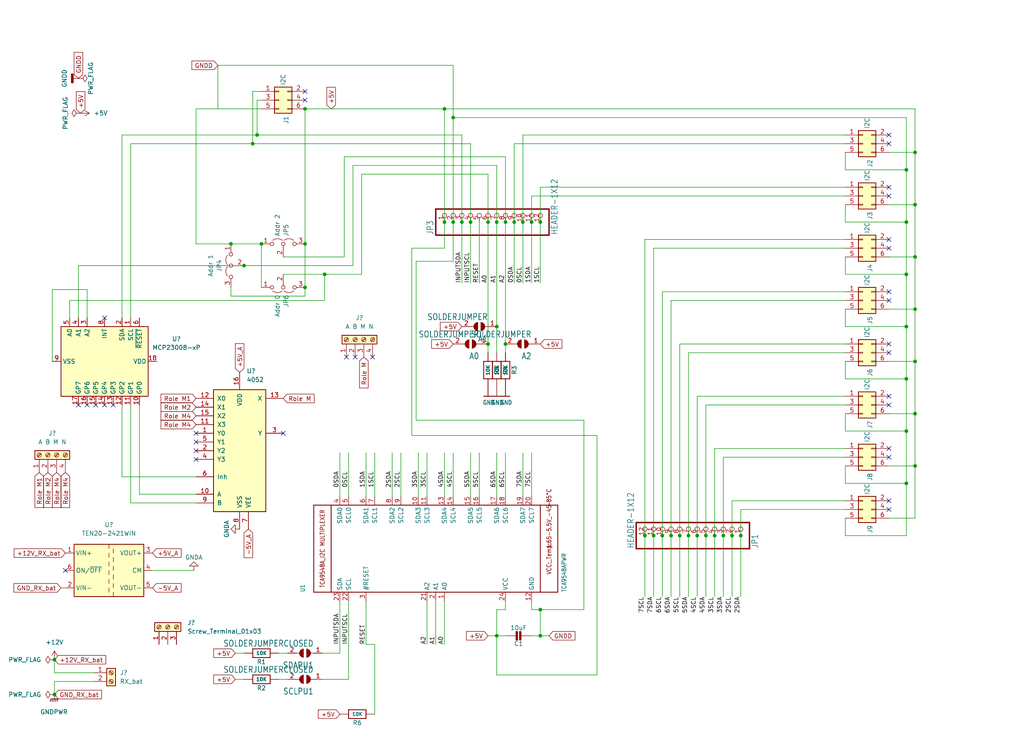
<source format=kicad_sch>
(kicad_sch (version 20211123) (generator eeschema)
  (paper "User" 298.45 217.881)
  (lib_symbols
    (symbol "4xxx:4052" (pin_names (offset 1.016))
      (property "Reference" "U" (at -7.62 19.05 0))
      (property "Value" "4052" (at -7.62 -19.05 0))
      (symbol "4052_1_0"
        (pin passive line (at -12.7 5.08 0) (length 5.08) (name "Y0") (number "1"))
        (pin input line (at -12.7 -12.7 0) (length 5.08) (name "A") (number "10"))
        (pin passive line (at -12.7 7.62 0) (length 5.08) (name "X3") (number "11"))
        (pin passive line (at -12.7 15.24 0) (length 5.08) (name "X0") (number "12"))
        (pin passive line (at 12.7 15.24 180) (length 5.08) (name "X") (number "13"))
        (pin passive line (at -12.7 12.7 0) (length 5.08) (name "X1") (number "14"))
        (pin passive line (at -12.7 10.16 0) (length 5.08) (name "X2") (number "15"))
        (pin power_in line (at 0 22.86 270) (length 5.08) (name "VDD") (number "16"))
        (pin passive line (at -12.7 0 0) (length 5.08) (name "Y2") (number "2"))
        (pin passive line (at 12.7 5.08 180) (length 5.08) (name "Y") (number "3"))
        (pin passive line (at -12.7 -2.54 0) (length 5.08) (name "Y3") (number "4"))
        (pin passive line (at -12.7 2.54 0) (length 5.08) (name "Y1") (number "5"))
        (pin input line (at -12.7 -7.62 0) (length 5.08) (name "Inh") (number "6"))
        (pin power_in line (at 2.54 -22.86 90) (length 5.08) (name "VEE") (number "7"))
        (pin power_in line (at 0 -22.86 90) (length 5.08) (name "VSS") (number "8"))
        (pin input line (at -12.7 -15.24 0) (length 5.08) (name "B") (number "9"))
      )
    )
    (symbol "Adafruit TCA9548A-eagle-import:CAP_CERAMIC0805-NOOUTLINE"
      (property "Reference" "C" (at -2.29 1.25 90))
      (property "Value" "CAP_CERAMIC0805-NOOUTLINE" (at 2.3 1.25 90))
      (symbol "CAP_CERAMIC0805-NOOUTLINE_1_0"
        (pin passive line (at 0 5.08 270) (length 2.54) (name "1") (number "1"))
        (pin passive line (at 0 -2.54 90) (length 2.54) (name "2") (number "2"))
      )
    )
    (symbol "Adafruit TCA9548A-eagle-import:FRAME_A4_ADAFRUIT"
      (symbol "FRAME_A4_ADAFRUIT_0_0"
        (text "1" (at 21.6958 1.905 0) (effects (font (size 2.54 2.286))))
        (text "1" (at 21.6958 177.165 0) (effects (font (size 2.54 2.286))))
        (text "2" (at 65.0875 1.905 0) (effects (font (size 2.54 2.286))))
        (text "2" (at 65.0875 177.165 0) (effects (font (size 2.54 2.286))))
        (text "3" (at 108.4792 1.905 0) (effects (font (size 2.54 2.286))))
        (text "3" (at 108.4792 177.165 0) (effects (font (size 2.54 2.286))))
        (text "4" (at 151.8708 1.905 0) (effects (font (size 2.54 2.286))))
        (text "4" (at 151.8708 177.165 0) (effects (font (size 2.54 2.286))))
        (text "5" (at 195.2625 1.905 0) (effects (font (size 2.54 2.286))))
        (text "5" (at 195.2625 177.165 0) (effects (font (size 2.54 2.286))))
        (text "6" (at 238.6542 1.905 0) (effects (font (size 2.54 2.286))))
        (text "6" (at 238.6542 177.165 0) (effects (font (size 2.54 2.286))))
        (text "A" (at 1.905 156.6863 0) (effects (font (size 2.54 2.286))))
        (text "A" (at 258.445 156.6863 0) (effects (font (size 2.54 2.286))))
        (text "B" (at 1.905 111.9188 0) (effects (font (size 2.54 2.286))))
        (text "B" (at 258.445 111.9188 0) (effects (font (size 2.54 2.286))))
        (text "C" (at 1.905 67.1513 0) (effects (font (size 2.54 2.286))))
        (text "C" (at 258.445 67.1513 0) (effects (font (size 2.54 2.286))))
        (text "D" (at 1.905 22.3838 0) (effects (font (size 2.54 2.286))))
        (text "D" (at 258.445 22.3838 0) (effects (font (size 2.54 2.286))))
      )
      (symbol "FRAME_A4_ADAFRUIT_1_0"
        (text ">AUTHOR" (at 189.23 5.08 0) (effects (font (size 2.286 2.286)) (justify left bottom)))
        (text ">DRAWING_NAME" (at 171.45 15.24 0) (effects (font (size 2.54 2.54)) (justify left bottom)))
        (text ">LAST_DATE_TIME" (at 171.45 10.16 0) (effects (font (size 2.286 2.286)) (justify left bottom)))
        (text ">SHEET" (at 230.505 10.16 0) (effects (font (size 2.54 2.54)) (justify left bottom)))
        (text "Adafruit Industries" (at 216.916 4.953 0) (effects (font (size 2.54 2.54)) (justify left bottom)))
        (text "Drawing:" (at 171.196 4.953 0) (effects (font (size 2.54 2.54)) (justify left bottom)))
        (text "Sheet:" (at 216.916 10.033 0) (effects (font (size 2.54 2.54)) (justify left bottom)))
      )
    )
    (symbol "Adafruit TCA9548A-eagle-import:GND" (power)
      (property "Value" "GND" (at -1.524 -2.54 0))
      (symbol "GND_1_0"
        (pin power_in line (at 0 2.54 270) (length 2.54) (name "GND") (number "1"))
      )
    )
    (symbol "Adafruit TCA9548A-eagle-import:HEADER-1X12"
      (property "Reference" "JP" (at -6.35 18.415 0))
      (property "Value" "HEADER-1X12" (at -6.35 -17.78 0))
      (symbol "HEADER-1X12_1_0"
        (pin passive inverted (at -2.54 15.24 0) (length 2.54) (name "1") (number "1"))
        (pin passive inverted (at -2.54 -7.62 0) (length 2.54) (name "10") (number "10"))
        (pin passive inverted (at -2.54 -10.16 0) (length 2.54) (name "11") (number "11"))
        (pin passive inverted (at -2.54 -12.7 0) (length 2.54) (name "12") (number "12"))
        (pin passive inverted (at -2.54 12.7 0) (length 2.54) (name "2") (number "2"))
        (pin passive inverted (at -2.54 10.16 0) (length 2.54) (name "3") (number "3"))
        (pin passive inverted (at -2.54 7.62 0) (length 2.54) (name "4") (number "4"))
        (pin passive inverted (at -2.54 5.08 0) (length 2.54) (name "5") (number "5"))
        (pin passive inverted (at -2.54 2.54 0) (length 2.54) (name "6") (number "6"))
        (pin passive inverted (at -2.54 0 0) (length 2.54) (name "7") (number "7"))
        (pin passive inverted (at -2.54 -2.54 0) (length 2.54) (name "8") (number "8"))
        (pin passive inverted (at -2.54 -5.08 0) (length 2.54) (name "9") (number "9"))
      )
    )
    (symbol "Adafruit TCA9548A-eagle-import:RESISTOR0805_NOOUTLINE"
      (property "Reference" "R" (at 0 2.54 0))
      (property "Value" "RESISTOR0805_NOOUTLINE" (at 0 0 0))
      (symbol "RESISTOR0805_NOOUTLINE_1_0"
        (pin passive line (at -5.08 0 0) (length 2.54) (name "1") (number "1"))
        (pin passive line (at 5.08 0 180) (length 2.54) (name "2") (number "2"))
      )
    )
    (symbol "Adafruit TCA9548A-eagle-import:RESISTOR_0805MP"
      (property "Reference" "R" (at 0 2.54 0))
      (property "Value" "RESISTOR_0805MP" (at 0 0 0))
      (symbol "RESISTOR_0805MP_1_0"
        (pin passive line (at -5.08 0 0) (length 2.54) (name "1") (number "1"))
        (pin passive line (at 5.08 0 180) (length 2.54) (name "2") (number "2"))
      )
    )
    (symbol "Adafruit TCA9548A-eagle-import:SOLDERJUMPER"
      (property "Reference" "SJ" (at -2.54 2.54 0))
      (property "Value" "SOLDERJUMPER" (at -2.54 -3.81 0))
      (symbol "SOLDERJUMPER_1_0"
        (pin passive line (at -5.08 0 0) (length 2.54) (name "1") (number "1"))
        (pin passive line (at 5.08 0 180) (length 2.54) (name "2") (number "2"))
      )
    )
    (symbol "Adafruit TCA9548A-eagle-import:SOLDERJUMPERCLOSED"
      (property "Reference" "SJ" (at -2.54 2.54 0))
      (property "Value" "SOLDERJUMPERCLOSED" (at -2.54 -3.81 0))
      (symbol "SOLDERJUMPERCLOSED_1_0"
        (pin passive line (at -5.08 0 0) (length 2.54) (name "1") (number "1"))
        (pin passive line (at 5.08 0 180) (length 2.54) (name "2") (number "2"))
      )
    )
    (symbol "Adafruit TCA9548A-eagle-import:TCA9548A"
      (property "Reference" "U" (at -12.7 38.1 0))
      (property "Value" "TCA9548A" (at -12.7 -38.1 0))
      (symbol "TCA9548A_1_0"
        (text "1.65-5.5V_-45~85°C" (at 0 -33.02 0) (effects (font (size 1.27 1.0795)) (justify left)))
        (text "TCA9548A_I2C MULTIPLEXER" (at 0 33.02 0) (effects (font (size 1.27 1.0795))))
        (text "VCC:_Temp:" (at -7.62 -33.02 0) (effects (font (size 1.27 1.0795)) (justify left)))
        (pin bidirectional line (at -15.24 -2.54 0) (length 2.54) (name "A0") (number "1"))
        (pin bidirectional line (at 15.24 5.08 180) (length 2.54) (name "SDA3") (number "10"))
        (pin bidirectional line (at 15.24 2.54 180) (length 2.54) (name "SCL3") (number "11"))
        (pin bidirectional line (at -15.24 -27.94 0) (length 2.54) (name "GND") (number "12"))
        (pin bidirectional line (at 15.24 -2.54 180) (length 2.54) (name "SDA4") (number "13"))
        (pin bidirectional line (at 15.24 -5.08 180) (length 2.54) (name "SCL4") (number "14"))
        (pin bidirectional line (at 15.24 -10.16 180) (length 2.54) (name "SDA5") (number "15"))
        (pin bidirectional line (at 15.24 -12.7 180) (length 2.54) (name "SCL5") (number "16"))
        (pin bidirectional line (at 15.24 -17.78 180) (length 2.54) (name "SDA6") (number "17"))
        (pin bidirectional line (at 15.24 -20.32 180) (length 2.54) (name "SCL6") (number "18"))
        (pin bidirectional line (at 15.24 -25.4 180) (length 2.54) (name "SDA7") (number "19"))
        (pin bidirectional line (at -15.24 0 0) (length 2.54) (name "A1") (number "2"))
        (pin bidirectional line (at 15.24 -27.94 180) (length 2.54) (name "SCL7") (number "20"))
        (pin bidirectional line (at -15.24 2.54 0) (length 2.54) (name "A2") (number "21"))
        (pin bidirectional line (at -15.24 25.4 0) (length 2.54) (name "SCL") (number "22"))
        (pin bidirectional line (at -15.24 27.94 0) (length 2.54) (name "SDA") (number "23"))
        (pin bidirectional line (at -15.24 -20.32 0) (length 2.54) (name "VCC") (number "24"))
        (pin bidirectional line (at -15.24 20.32 0) (length 2.54) (name "#RESET") (number "3"))
        (pin bidirectional line (at 15.24 27.94 180) (length 2.54) (name "SDA0") (number "4"))
        (pin bidirectional line (at 15.24 25.4 180) (length 2.54) (name "SCL0") (number "5"))
        (pin bidirectional line (at 15.24 20.32 180) (length 2.54) (name "SDA1") (number "6"))
        (pin bidirectional line (at 15.24 17.78 180) (length 2.54) (name "SCL1") (number "7"))
        (pin bidirectional line (at 15.24 12.7 180) (length 2.54) (name "SDA2") (number "8"))
        (pin bidirectional line (at 15.24 10.16 180) (length 2.54) (name "SCL2") (number "9"))
      )
    )
    (symbol "Connector:Screw_Terminal_01x02" (pin_names (offset 1.016) hide)
      (property "Reference" "J" (at 0 2.54 0))
      (property "Value" "Screw_Terminal_01x02" (at 0 -5.08 0))
      (symbol "Screw_Terminal_01x02_1_1"
        (pin passive line (at -5.08 0 0) (length 3.81) (name "Pin_1") (number "1"))
        (pin passive line (at -5.08 -2.54 0) (length 3.81) (name "Pin_2") (number "2"))
      )
    )
    (symbol "Connector:Screw_Terminal_01x03" (pin_names (offset 1.016) hide)
      (property "Reference" "J" (at 0 5.08 0))
      (property "Value" "Screw_Terminal_01x03" (at 0 -5.08 0))
      (symbol "Screw_Terminal_01x03_1_1"
        (pin passive line (at -5.08 2.54 0) (length 3.81) (name "Pin_1") (number "1"))
        (pin passive line (at -5.08 0 0) (length 3.81) (name "Pin_2") (number "2"))
        (pin passive line (at -5.08 -2.54 0) (length 3.81) (name "Pin_3") (number "3"))
      )
    )
    (symbol "Connector:Screw_Terminal_01x04" (pin_names (offset 1.016) hide)
      (property "Reference" "J" (at 0 5.08 0))
      (property "Value" "Screw_Terminal_01x04" (at 0 -7.62 0))
      (symbol "Screw_Terminal_01x04_1_1"
        (pin passive line (at -5.08 2.54 0) (length 3.81) (name "Pin_1") (number "1"))
        (pin passive line (at -5.08 0 0) (length 3.81) (name "Pin_2") (number "2"))
        (pin passive line (at -5.08 -2.54 0) (length 3.81) (name "Pin_3") (number "3"))
        (pin passive line (at -5.08 -5.08 0) (length 3.81) (name "Pin_4") (number "4"))
      )
    )
    (symbol "Connector_Generic:Conn_02x03_Odd_Even" (pin_names (offset 1.016) hide)
      (property "Reference" "J" (at 1.27 5.08 0))
      (property "Value" "Conn_02x03_Odd_Even" (at 1.27 -5.08 0))
      (symbol "Conn_02x03_Odd_Even_1_1"
        (pin passive line (at -5.08 2.54 0) (length 3.81) (name "Pin_1") (number "1"))
        (pin passive line (at 7.62 2.54 180) (length 3.81) (name "Pin_2") (number "2"))
        (pin passive line (at -5.08 0 0) (length 3.81) (name "Pin_3") (number "3"))
        (pin passive line (at 7.62 0 180) (length 3.81) (name "Pin_4") (number "4"))
        (pin passive line (at -5.08 -2.54 0) (length 3.81) (name "Pin_5") (number "5"))
        (pin passive line (at 7.62 -2.54 180) (length 3.81) (name "Pin_6") (number "6"))
      )
    )
    (symbol "Converter_DCDC:TEN20-2421WIN"
      (property "Reference" "U" (at -10.16 8.89 0))
      (property "Value" "TEN20-2421WIN" (at -2.54 8.89 0))
      (symbol "TEN20-2421WIN_1_1"
        (pin power_in line (at -12.7 5.08 0) (length 2.54) (name "VIN+") (number "1"))
        (pin power_in line (at -12.7 -5.08 0) (length 2.54) (name "VIN-") (number "2"))
        (pin power_out line (at 12.7 5.08 180) (length 2.54) (name "VOUT+") (number "3"))
        (pin power_out line (at 12.7 0 180) (length 2.54) (name "CM") (number "4"))
        (pin power_out line (at 12.7 -5.08 180) (length 2.54) (name "VOUT-") (number "5"))
        (pin input line (at -12.7 0 0) (length 2.54) (name "ON/~{OFF}") (number "6"))
      )
    )
    (symbol "Interface_Expansion:MCP23008-xP"
      (property "Reference" "U" (at -8.89 13.97 0))
      (property "Value" "MCP23008-xP" (at 8.89 13.97 0))
      (symbol "MCP23008-xP_1_1"
        (pin input line (at -12.7 7.62 0) (length 2.54) (name "SCL") (number "1"))
        (pin bidirectional line (at 12.7 10.16 180) (length 2.54) (name "GP0") (number "10"))
        (pin bidirectional line (at 12.7 7.62 180) (length 2.54) (name "GP1") (number "11"))
        (pin bidirectional line (at 12.7 5.08 180) (length 2.54) (name "GP2") (number "12"))
        (pin bidirectional line (at 12.7 2.54 180) (length 2.54) (name "GP3") (number "13"))
        (pin bidirectional line (at 12.7 0 180) (length 2.54) (name "GP4") (number "14"))
        (pin bidirectional line (at 12.7 -2.54 180) (length 2.54) (name "GP5") (number "15"))
        (pin bidirectional line (at 12.7 -5.08 180) (length 2.54) (name "GP6") (number "16"))
        (pin bidirectional line (at 12.7 -7.62 180) (length 2.54) (name "GP7") (number "17"))
        (pin power_in line (at 0 15.24 270) (length 2.54) (name "VDD") (number "18"))
        (pin bidirectional line (at -12.7 5.08 0) (length 2.54) (name "SDA") (number "2"))
        (pin input line (at -12.7 -5.08 0) (length 2.54) (name "A2") (number "3"))
        (pin input line (at -12.7 -7.62 0) (length 2.54) (name "A1") (number "4"))
        (pin input line (at -12.7 -10.16 0) (length 2.54) (name "A0") (number "5"))
        (pin input line (at -12.7 10.16 0) (length 2.54) (name "~{RESET}") (number "6"))
        (pin no_connect line (at -10.16 -2.54 0) (length 2.54) hide (name "NC") (number "7"))
        (pin output line (at -12.7 0 0) (length 2.54) (name "INT") (number "8"))
        (pin power_in line (at 0 -15.24 90) (length 2.54) (name "VSS") (number "9"))
      )
    )
    (symbol "Jumper:Jumper_3_Open" (pin_names (offset 0) hide)
      (property "Reference" "JP" (at -2.54 -2.54 0))
      (property "Value" "Jumper_3_Open" (at 0 2.794 0))
      (symbol "Jumper_3_Open_1_1"
        (pin passive line (at -6.35 0 0) (length 2.54) (name "A") (number "1"))
        (pin passive line (at 0 -3.81 90) (length 2.54) (name "C") (number "2"))
        (pin passive line (at 6.35 0 180) (length 2.54) (name "B") (number "3"))
      )
    )
    (symbol "power:+12V" (power) (pin_names (offset 0))
      (property "Value" "+12V" (at 0 3.556 0))
      (symbol "+12V_1_1"
        (pin power_in line (at 0 0 90) (length 0) hide (name "+12V") (number "1"))
      )
    )
    (symbol "power:+5V" (power) (pin_names (offset 0))
      (property "Value" "+5V" (at 0 3.556 0))
      (symbol "+5V_1_1"
        (pin power_in line (at 0 0 90) (length 0) hide (name "+5V") (number "1"))
      )
    )
    (symbol "power:GNDA" (power) (pin_names (offset 0))
      (property "Value" "GNDA" (at 0 -3.81 0))
      (symbol "GNDA_1_1"
        (pin power_in line (at 0 0 270) (length 0) hide (name "GNDA") (number "1"))
      )
    )
    (symbol "power:GNDD" (power) (pin_names (offset 0))
      (property "Value" "GNDD" (at 0 -3.175 0))
      (symbol "GNDD_1_1"
        (pin power_in line (at 0 0 270) (length 0) hide (name "GNDD") (number "1"))
      )
    )
    (symbol "power:GNDPWR" (power) (pin_names (offset 0))
      (property "Value" "GNDPWR" (at 0 -3.302 0))
      (symbol "GNDPWR_1_1"
        (pin power_in line (at 0 0 270) (length 0) hide (name "GNDPWR") (number "1"))
      )
    )
    (symbol "power:PWR_FLAG" (power) (pin_numbers hide) (pin_names (offset 0) hide)
      (property "Value" "PWR_FLAG" (at 0 3.81 0))
      (symbol "PWR_FLAG_0_0"
        (pin power_out line (at 0 0 90) (length 0) (name "pwr") (number "1"))
      )
    )
  )
  (junction (at 190.5 156.21))
  (junction (at 132.08 34.29))
  (junction (at 144.78 64.77))
  (junction (at 264.16 49.53))
  (junction (at 264.16 80.01))
  (junction (at 76.2 71.12))
  (junction (at 132.08 64.77))
  (junction (at 264.16 110.49))
  (junction (at 15.875 192.405))
  (junction (at 198.12 156.21))
  (junction (at 15.875 202.565))
  (junction (at 94.615 80.01))
  (junction (at 208.28 156.21))
  (junction (at 88.9 31.75))
  (junction (at 203.2 156.21))
  (junction (at 210.82 156.21))
  (junction (at 152.4 64.77))
  (junction (at 129.54 64.77))
  (junction (at 88.9 83.82))
  (junction (at 71.12 77.47))
  (junction (at 88.9 71.12))
  (junction (at 73.66 41.91))
  (junction (at 264.16 140.97))
  (junction (at 266.7 44.45))
  (junction (at 266.7 120.65))
  (junction (at 147.32 64.77))
  (junction (at 144.78 185.42))
  (junction (at 74.93 39.37))
  (junction (at 264.16 125.73))
  (junction (at 157.48 177.8))
  (junction (at 142.24 100.33))
  (junction (at 266.7 90.17))
  (junction (at 147.32 100.33))
  (junction (at 213.36 156.21))
  (junction (at 142.24 64.77))
  (junction (at 266.7 135.89))
  (junction (at 193.04 156.21))
  (junction (at 215.9 156.21))
  (junction (at 200.66 156.21))
  (junction (at 264.16 64.77))
  (junction (at 157.48 185.42))
  (junction (at 266.7 59.69))
  (junction (at 266.7 105.41))
  (junction (at 205.74 156.21))
  (junction (at 187.96 156.21))
  (junction (at 157.48 64.77))
  (junction (at 129.54 31.75))
  (junction (at 195.58 156.21))
  (junction (at 149.86 64.77))
  (junction (at 137.16 64.77))
  (junction (at 134.62 64.77))
  (junction (at 264.16 95.25))
  (junction (at 154.94 64.77))
  (junction (at 67.31 71.12))
  (junction (at 144.78 95.25))
  (junction (at 266.7 74.93))
  (no_connect (at 19.05 166.37))
  (no_connect (at 108.585 104.14))
  (no_connect (at 100.965 104.14))
  (no_connect (at 103.505 104.14))
  (no_connect (at 88.9 29.21))
  (no_connect (at 30.48 92.71))
  (no_connect (at 82.55 126.365))
  (no_connect (at 57.15 126.365))
  (no_connect (at 57.15 128.905))
  (no_connect (at 57.15 131.445))
  (no_connect (at 57.15 133.985))
  (no_connect (at 33.02 118.11))
  (no_connect (at 30.48 118.11))
  (no_connect (at 27.94 118.11))
  (no_connect (at 25.4 118.11))
  (no_connect (at 22.86 118.11))
  (no_connect (at 259.08 39.37))
  (no_connect (at 259.08 41.91))
  (no_connect (at 259.08 54.61))
  (no_connect (at 259.08 57.15))
  (no_connect (at 259.08 69.85))
  (no_connect (at 259.08 72.39))
  (no_connect (at 259.08 146.05))
  (no_connect (at 259.08 148.59))
  (no_connect (at 259.08 100.33))
  (no_connect (at 259.08 102.87))
  (no_connect (at 259.08 85.09))
  (no_connect (at 259.08 87.63))
  (no_connect (at 259.08 115.57))
  (no_connect (at 259.08 118.11))
  (no_connect (at 259.08 130.81))
  (no_connect (at 259.08 133.35))
  (no_connect (at 88.9 26.67))
  (wire (pts (xy 129.54 31.75) (xy 129.54 64.77)))
  (wire (pts (xy 99.06 175.26) (xy 99.06 190.5)))
  (wire (pts (xy 101.6 144.78) (xy 101.6 132.08)))
  (wire (pts (xy 198.12 100.33) (xy 198.12 156.21)))
  (wire (pts (xy 74.93 39.37) (xy 134.62 39.37)))
  (wire (pts (xy 187.96 156.21) (xy 187.96 173.99)))
  (wire (pts (xy 144.78 177.8) (xy 147.32 177.8)))
  (wire (pts (xy 246.38 44.45) (xy 246.38 49.53)))
  (wire (pts (xy 57.15 71.12) (xy 67.31 71.12)))
  (wire (pts (xy 88.9 31.75) (xy 88.9 71.12)))
  (wire (pts (xy 134.62 64.77) (xy 134.62 82.55)))
  (wire (pts (xy 73.66 26.67) (xy 73.66 41.91)))
  (wire (pts (xy 215.9 173.99) (xy 215.9 156.21)))
  (wire (pts (xy 266.7 74.93) (xy 266.7 90.17)))
  (wire (pts (xy 76.2 71.12) (xy 76.2 83.82)))
  (wire (pts (xy 35.56 139.065) (xy 57.15 139.065)))
  (wire (pts (xy 73.66 41.91) (xy 137.16 41.91)))
  (wire (pts (xy 205.74 156.21) (xy 205.74 173.99)))
  (wire (pts (xy 149.86 64.77) (xy 149.86 82.55)))
  (wire (pts (xy 259.08 120.65) (xy 266.7 120.65)))
  (wire (pts (xy 259.08 44.45) (xy 266.7 44.45)))
  (wire (pts (xy 44.45 166.37) (xy 56.515 166.37)))
  (wire (pts (xy 144.78 185.42) (xy 147.32 185.42)))
  (wire (pts (xy 195.58 173.99) (xy 195.58 156.21)))
  (wire (pts (xy 71.12 77.47) (xy 102.87 77.47)))
  (wire (pts (xy 88.9 31.75) (xy 129.54 31.75)))
  (wire (pts (xy 144.78 144.78) (xy 144.78 132.08)))
  (wire (pts (xy 73.66 41.91) (xy 38.1 41.91)))
  (wire (pts (xy 200.66 102.87) (xy 200.66 156.21)))
  (wire (pts (xy 154.94 64.77) (xy 154.94 82.55)))
  (wire (pts (xy 71.12 190.5) (xy 68.58 190.5)))
  (wire (pts (xy 116.84 144.78) (xy 116.84 132.08)))
  (wire (pts (xy 106.68 175.26) (xy 106.68 187.96)))
  (wire (pts (xy 20.32 87.63) (xy 94.615 87.63)))
  (wire (pts (xy 246.38 105.41) (xy 246.38 110.49)))
  (wire (pts (xy 152.4 144.78) (xy 152.4 132.08)))
  (wire (pts (xy 208.28 130.81) (xy 246.38 130.81)))
  (wire (pts (xy 132.08 144.78) (xy 132.08 132.08)))
  (wire (pts (xy 246.38 146.05) (xy 213.36 146.05)))
  (wire (pts (xy 246.38 100.33) (xy 198.12 100.33)))
  (wire (pts (xy 129.54 64.77) (xy 129.54 72.39)))
  (wire (pts (xy 88.9 86.36) (xy 67.31 86.36)))
  (wire (pts (xy 259.08 151.13) (xy 266.7 151.13)))
  (wire (pts (xy 83.82 190.5) (xy 81.28 190.5)))
  (wire (pts (xy 147.32 144.78) (xy 147.32 132.08)))
  (wire (pts (xy 121.285 76.2) (xy 132.08 76.2)))
  (wire (pts (xy 105.41 80.01) (xy 105.41 50.8)))
  (wire (pts (xy 40.64 144.145) (xy 57.15 144.145)))
  (wire (pts (xy 259.08 90.17) (xy 266.7 90.17)))
  (wire (pts (xy 195.58 87.63) (xy 195.58 156.21)))
  (wire (pts (xy 246.38 135.89) (xy 246.38 140.97)))
  (wire (pts (xy 173.99 196.85) (xy 144.78 196.85)))
  (wire (pts (xy 124.46 144.78) (xy 124.46 132.08)))
  (wire (pts (xy 121.92 144.78) (xy 121.92 132.08)))
  (wire (pts (xy 208.28 156.21) (xy 208.28 173.99)))
  (wire (pts (xy 35.56 39.37) (xy 35.56 92.71)))
  (wire (pts (xy 15.875 198.755) (xy 15.875 202.565)))
  (wire (pts (xy 63.5 19.05) (xy 63.5 31.75)))
  (wire (pts (xy 22.86 77.47) (xy 71.12 77.47)))
  (wire (pts (xy 193.04 156.21) (xy 193.04 173.99)))
  (wire (pts (xy 121.285 122.555) (xy 121.285 76.2)))
  (wire (pts (xy 246.38 64.77) (xy 264.16 64.77)))
  (wire (pts (xy 139.7 64.77) (xy 139.7 82.55)))
  (wire (pts (xy 266.7 120.65) (xy 266.7 135.89)))
  (wire (pts (xy 57.15 31.75) (xy 57.15 71.12)))
  (wire (pts (xy 142.24 100.33) (xy 142.24 102.87)))
  (wire (pts (xy 190.5 72.39) (xy 246.38 72.39)))
  (wire (pts (xy 259.08 105.41) (xy 266.7 105.41)))
  (wire (pts (xy 15.875 196.215) (xy 15.875 192.405)))
  (wire (pts (xy 71.12 198.12) (xy 68.58 198.12)))
  (wire (pts (xy 94.615 80.01) (xy 105.41 80.01)))
  (wire (pts (xy 94.615 87.63) (xy 94.615 80.01)))
  (wire (pts (xy 38.1 41.91) (xy 38.1 92.71)))
  (wire (pts (xy 137.16 41.91) (xy 137.16 64.77)))
  (wire (pts (xy 246.38 156.21) (xy 264.16 156.21)))
  (wire (pts (xy 210.82 173.99) (xy 210.82 156.21)))
  (wire (pts (xy 170.18 122.555) (xy 170.18 177.8)))
  (wire (pts (xy 99.06 144.78) (xy 99.06 132.08)))
  (wire (pts (xy 38.1 118.11) (xy 38.1 146.685)))
  (wire (pts (xy 213.36 146.05) (xy 213.36 156.21)))
  (wire (pts (xy 246.38 59.69) (xy 246.38 64.77)))
  (wire (pts (xy 147.32 177.8) (xy 147.32 175.26)))
  (wire (pts (xy 173.99 127) (xy 173.99 196.85)))
  (wire (pts (xy 132.08 34.29) (xy 132.08 64.77)))
  (wire (pts (xy 127 175.26) (xy 127 187.96)))
  (wire (pts (xy 210.82 133.35) (xy 246.38 133.35)))
  (wire (pts (xy 67.31 86.36) (xy 67.31 83.82)))
  (wire (pts (xy 142.24 185.42) (xy 144.78 185.42)))
  (wire (pts (xy 132.08 19.05) (xy 132.08 34.29)))
  (wire (pts (xy 210.82 133.35) (xy 210.82 156.21)))
  (wire (pts (xy 137.16 64.77) (xy 137.16 82.55)))
  (wire (pts (xy 190.5 173.99) (xy 190.5 156.21)))
  (wire (pts (xy 246.38 125.73) (xy 264.16 125.73)))
  (wire (pts (xy 208.28 130.81) (xy 208.28 156.21)))
  (wire (pts (xy 193.04 85.09) (xy 193.04 156.21)))
  (wire (pts (xy 266.7 105.41) (xy 266.7 120.65)))
  (wire (pts (xy 144.78 185.42) (xy 144.78 177.8)))
  (wire (pts (xy 144.78 196.85) (xy 144.78 185.42)))
  (wire (pts (xy 82.55 74.93) (xy 100.33 74.93)))
  (wire (pts (xy 246.38 39.37) (xy 152.4 39.37)))
  (wire (pts (xy 139.7 144.78) (xy 139.7 132.08)))
  (wire (pts (xy 20.32 92.71) (xy 20.32 87.63)))
  (wire (pts (xy 132.08 34.29) (xy 264.16 34.29)))
  (wire (pts (xy 195.58 87.63) (xy 246.38 87.63)))
  (wire (pts (xy 200.66 102.87) (xy 246.38 102.87)))
  (wire (pts (xy 132.08 64.77) (xy 132.08 76.2)))
  (wire (pts (xy 266.7 135.89) (xy 266.7 151.13)))
  (wire (pts (xy 152.4 82.55) (xy 152.4 64.77)))
  (wire (pts (xy 25.4 84.455) (xy 15.24 84.455)))
  (wire (pts (xy 264.16 110.49) (xy 264.16 125.73)))
  (wire (pts (xy 15.24 84.455) (xy 15.24 105.41)))
  (wire (pts (xy 157.48 177.8) (xy 154.94 177.8)))
  (wire (pts (xy 102.87 77.47) (xy 102.87 48.26)))
  (wire (pts (xy 259.08 74.93) (xy 266.7 74.93)))
  (wire (pts (xy 246.38 54.61) (xy 157.48 54.61)))
  (wire (pts (xy 134.62 39.37) (xy 134.62 64.77)))
  (wire (pts (xy 120.015 72.39) (xy 120.015 127)))
  (wire (pts (xy 17.78 171.45) (xy 19.05 171.45)))
  (wire (pts (xy 99.06 190.5) (xy 93.98 190.5)))
  (wire (pts (xy 35.56 118.11) (xy 35.56 139.065)))
  (wire (pts (xy 27.305 196.215) (xy 15.875 196.215)))
  (wire (pts (xy 129.54 31.75) (xy 266.7 31.75)))
  (wire (pts (xy 157.48 185.42) (xy 154.94 185.42)))
  (wire (pts (xy 215.9 148.59) (xy 215.9 156.21)))
  (wire (pts (xy 264.16 140.97) (xy 264.16 156.21)))
  (wire (pts (xy 76.2 71.12) (xy 67.31 71.12)))
  (wire (pts (xy 266.7 59.69) (xy 266.7 74.93)))
  (wire (pts (xy 100.33 74.93) (xy 100.33 45.72)))
  (wire (pts (xy 100.33 45.72) (xy 147.32 45.72)))
  (wire (pts (xy 198.12 156.21) (xy 198.12 173.99)))
  (wire (pts (xy 154.94 177.8) (xy 154.94 175.26)))
  (wire (pts (xy 82.55 80.01) (xy 94.615 80.01)))
  (wire (pts (xy 88.9 71.12) (xy 88.9 83.82)))
  (wire (pts (xy 154.94 57.15) (xy 154.94 64.77)))
  (wire (pts (xy 246.38 151.13) (xy 246.38 156.21)))
  (wire (pts (xy 246.38 85.09) (xy 193.04 85.09)))
  (wire (pts (xy 129.54 144.78) (xy 129.54 132.08)))
  (wire (pts (xy 132.08 19.05) (xy 63.5 19.05)))
  (wire (pts (xy 246.38 120.65) (xy 246.38 125.73)))
  (wire (pts (xy 109.22 208.28) (xy 109.22 187.96)))
  (wire (pts (xy 266.7 90.17) (xy 266.7 105.41)))
  (wire (pts (xy 266.7 31.75) (xy 266.7 44.45)))
  (wire (pts (xy 154.94 144.78) (xy 154.94 132.08)))
  (wire (pts (xy 142.24 64.77) (xy 142.24 100.33)))
  (wire (pts (xy 76.2 26.67) (xy 73.66 26.67)))
  (wire (pts (xy 147.32 64.77) (xy 147.32 100.33)))
  (wire (pts (xy 157.48 54.61) (xy 157.48 64.77)))
  (wire (pts (xy 144.78 64.77) (xy 144.78 95.25)))
  (wire (pts (xy 203.2 156.21) (xy 203.2 173.99)))
  (wire (pts (xy 40.64 118.11) (xy 40.64 144.145)))
  (wire (pts (xy 170.18 122.555) (xy 121.285 122.555)))
  (wire (pts (xy 264.16 64.77) (xy 264.16 80.01)))
  (wire (pts (xy 246.38 49.53) (xy 264.16 49.53)))
  (wire (pts (xy 101.6 198.12) (xy 93.98 198.12)))
  (wire (pts (xy 266.7 44.45) (xy 266.7 59.69)))
  (wire (pts (xy 203.2 115.57) (xy 203.2 156.21)))
  (wire (pts (xy 147.32 100.33) (xy 147.32 102.87)))
  (wire (pts (xy 152.4 39.37) (xy 152.4 64.77)))
  (wire (pts (xy 57.15 31.75) (xy 76.2 31.75)))
  (wire (pts (xy 157.48 177.8) (xy 170.18 177.8)))
  (wire (pts (xy 187.96 69.85) (xy 187.96 156.21)))
  (wire (pts (xy 105.41 50.8) (xy 142.24 50.8)))
  (wire (pts (xy 120.015 72.39) (xy 129.54 72.39)))
  (wire (pts (xy 264.16 125.73) (xy 264.16 140.97)))
  (wire (pts (xy 157.48 64.77) (xy 157.48 82.55)))
  (wire (pts (xy 246.38 140.97) (xy 264.16 140.97)))
  (wire (pts (xy 246.38 90.17) (xy 246.38 95.25)))
  (wire (pts (xy 205.74 118.11) (xy 205.74 156.21)))
  (wire (pts (xy 114.3 144.78) (xy 114.3 132.08)))
  (wire (pts (xy 83.82 198.12) (xy 81.28 198.12)))
  (wire (pts (xy 246.38 69.85) (xy 187.96 69.85)))
  (wire (pts (xy 109.22 187.96) (xy 106.68 187.96)))
  (wire (pts (xy 205.74 118.11) (xy 246.38 118.11)))
  (wire (pts (xy 203.2 115.57) (xy 246.38 115.57)))
  (wire (pts (xy 246.38 110.49) (xy 264.16 110.49)))
  (wire (pts (xy 27.305 198.755) (xy 15.875 198.755)))
  (wire (pts (xy 101.6 175.26) (xy 101.6 198.12)))
  (wire (pts (xy 22.86 92.71) (xy 22.86 77.47)))
  (wire (pts (xy 215.9 148.59) (xy 246.38 148.59)))
  (wire (pts (xy 157.48 185.42) (xy 157.48 177.8)))
  (wire (pts (xy 124.46 175.26) (xy 124.46 187.96)))
  (wire (pts (xy 109.22 144.78) (xy 109.22 132.08)))
  (wire (pts (xy 246.38 74.93) (xy 246.38 80.01)))
  (wire (pts (xy 25.4 92.71) (xy 25.4 84.455)))
  (wire (pts (xy 264.16 80.01) (xy 264.16 95.25)))
  (wire (pts (xy 137.16 144.78) (xy 137.16 132.08)))
  (wire (pts (xy 246.38 95.25) (xy 264.16 95.25)))
  (wire (pts (xy 160.02 185.42) (xy 157.48 185.42)))
  (wire (pts (xy 149.86 41.91) (xy 246.38 41.91)))
  (wire (pts (xy 74.93 29.21) (xy 74.93 39.37)))
  (wire (pts (xy 190.5 72.39) (xy 190.5 156.21)))
  (wire (pts (xy 38.1 146.685) (xy 57.15 146.685)))
  (wire (pts (xy 129.54 175.26) (xy 129.54 187.96)))
  (wire (pts (xy 154.94 57.15) (xy 246.38 57.15)))
  (wire (pts (xy 142.24 50.8) (xy 142.24 64.77)))
  (wire (pts (xy 213.36 173.99) (xy 213.36 156.21)))
  (wire (pts (xy 102.87 48.26) (xy 144.78 48.26)))
  (wire (pts (xy 264.16 34.29) (xy 264.16 49.53)))
  (wire (pts (xy 259.08 59.69) (xy 266.7 59.69)))
  (wire (pts (xy 200.66 156.21) (xy 200.66 173.99)))
  (wire (pts (xy 144.78 48.26) (xy 144.78 64.77)))
  (wire (pts (xy 147.32 45.72) (xy 147.32 64.77)))
  (wire (pts (xy 149.86 41.91) (xy 149.86 64.77)))
  (wire (pts (xy 144.78 95.25) (xy 144.78 102.87)))
  (wire (pts (xy 88.9 83.82) (xy 88.9 86.36)))
  (wire (pts (xy 74.93 39.37) (xy 35.56 39.37)))
  (wire (pts (xy 264.16 49.53) (xy 264.16 64.77)))
  (wire (pts (xy 264.16 95.25) (xy 264.16 110.49)))
  (wire (pts (xy 120.015 127) (xy 173.99 127)))
  (wire (pts (xy 246.38 80.01) (xy 264.16 80.01)))
  (wire (pts (xy 106.68 144.78) (xy 106.68 132.08)))
  (wire (pts (xy 76.2 29.21) (xy 74.93 29.21)))
  (wire (pts (xy 259.08 135.89) (xy 266.7 135.89)))
  (label "2SDA" (at 114.3 142.24 90) (effects (font (size 1.2446 1.2446))))
  (label "7SCL" (at 154.94 142.24 90) (effects (font (size 1.2446 1.2446))))
  (label "A0" (at 129.54 187.96 90) (effects (font (size 1.2446 1.2446))))
  (label "2SCL" (at 213.36 173.99 270) (effects (font (size 1.2446 1.2446))))
  (label "4SDA" (at 205.74 173.99 270) (effects (font (size 1.2446 1.2446))))
  (label "0SCL" (at 101.6 142.24 90) (effects (font (size 1.2446 1.2446))))
  (label "7SDA" (at 190.5 173.99 270) (effects (font (size 1.2446 1.2446))))
  (label "6SCL" (at 147.32 142.24 90) (effects (font (size 1.2446 1.2446))))
  (label "1SDA" (at 154.94 82.55 90) (effects (font (size 1.2446 1.2446))))
  (label "A1" (at 127 187.96 90) (effects (font (size 1.2446 1.2446))))
  (label "5SDA" (at 200.66 173.99 270) (effects (font (size 1.2446 1.2446))))
  (label "A0" (at 142.24 82.55 90) (effects (font (size 1.2446 1.2446))))
  (label "3SCL" (at 124.46 142.24 90) (effects (font (size 1.2446 1.2446))))
  (label "6SDA" (at 144.78 142.24 90) (effects (font (size 1.2446 1.2446))))
  (label "2SCL" (at 116.84 142.24 90) (effects (font (size 1.2446 1.2446))))
  (label "RESET" (at 106.68 187.96 90) (effects (font (size 1.2446 1.2446))))
  (label "1SCL" (at 157.48 82.55 90) (effects (font (size 1.2446 1.2446))))
  (label "0SDA" (at 99.06 142.24 90) (effects (font (size 1.2446 1.2446))))
  (label "0SDA" (at 149.86 82.55 90) (effects (font (size 1.2446 1.2446))))
  (label "A1" (at 144.78 82.55 90) (effects (font (size 1.2446 1.2446))))
  (label "3SDA" (at 210.82 173.99 270) (effects (font (size 1.2446 1.2446))))
  (label "A2" (at 124.46 187.96 90) (effects (font (size 1.2446 1.2446))))
  (label "2SDA" (at 215.9 173.99 270) (effects (font (size 1.2446 1.2446))))
  (label "INPUTSDA" (at 99.06 187.96 90) (effects (font (size 1.2446 1.2446))))
  (label "RESET" (at 139.7 82.55 90) (effects (font (size 1.2446 1.2446))))
  (label "5SCL" (at 198.12 173.99 270) (effects (font (size 1.2446 1.2446))))
  (label "7SCL" (at 187.96 173.99 270) (effects (font (size 1.2446 1.2446))))
  (label "3SDA" (at 121.92 142.24 90) (effects (font (size 1.2446 1.2446))))
  (label "A2" (at 147.32 82.55 90) (effects (font (size 1.2446 1.2446))))
  (label "INPUTSDA" (at 134.62 82.55 90) (effects (font (size 1.2446 1.2446))))
  (label "3SCL" (at 208.28 173.99 270) (effects (font (size 1.2446 1.2446))))
  (label "1SDA" (at 106.68 142.24 90) (effects (font (size 1.2446 1.2446))))
  (label "4SCL" (at 203.2 173.99 270) (effects (font (size 1.2446 1.2446))))
  (label "INPUTSCL" (at 137.16 82.55 90) (effects (font (size 1.2446 1.2446))))
  (label "0SCL" (at 152.4 82.55 90) (effects (font (size 1.2446 1.2446))))
  (label "1SCL" (at 109.22 142.24 90) (effects (font (size 1.2446 1.2446))))
  (label "4SCL" (at 132.08 142.24 90) (effects (font (size 1.2446 1.2446))))
  (label "5SCL" (at 139.7 142.24 90) (effects (font (size 1.2446 1.2446))))
  (label "7SDA" (at 152.4 142.24 90) (effects (font (size 1.2446 1.2446))))
  (label "5SDA" (at 137.16 142.24 90) (effects (font (size 1.2446 1.2446))))
  (label "4SDA" (at 129.54 142.24 90) (effects (font (size 1.2446 1.2446))))
  (label "INPUTSCL" (at 101.6 187.96 90) (effects (font (size 1.2446 1.2446))))
  (label "6SCL" (at 193.04 173.99 270) (effects (font (size 1.2446 1.2446))))
  (label "6SDA" (at 195.58 173.99 270) (effects (font (size 1.2446 1.2446))))
  (global_label "Role M4" (shape input) (at 19.05 137.795 270) (property "Intersheet References" "${INTERSHEET_REFS}" (effects hide)))
  (global_label "+5V" (shape input) (at 68.58 198.12 180) (property "Intersheet References" "${INTERSHEET_REFS}" (effects hide)))
  (global_label "+5V" (shape input) (at 157.48 100.33 0) (property "Intersheet References" "${INTERSHEET_REFS}" (effects hide)))
  (global_label "Role M4" (shape input) (at 16.51 137.795 270) (property "Intersheet References" "${INTERSHEET_REFS}" (effects hide)))
  (global_label "+12V_RX_bat" (shape input) (at 19.05 161.29 180) (property "Intersheet References" "${INTERSHEET_REFS}" (effects hide)))
  (global_label "GND_RX_bat" (shape input) (at 17.78 171.45 180) (property "Intersheet References" "${INTERSHEET_REFS}" (effects hide)))
  (global_label "Role M1" (shape input) (at 57.15 116.205 180) (property "Intersheet References" "${INTERSHEET_REFS}" (effects hide)))
  (global_label "GNDD" (shape input) (at 63.5 19.05 180) (property "Intersheet References" "${INTERSHEET_REFS}" (effects hide)))
  (global_label "GND_RX_bat" (shape input) (at 15.875 202.565 0) (property "Intersheet References" "${INTERSHEET_REFS}" (effects hide)))
  (global_label "+5V" (shape input) (at 132.08 100.33 180) (property "Intersheet References" "${INTERSHEET_REFS}" (effects hide)))
  (global_label "+5V" (shape input) (at 96.52 31.75 90) (property "Intersheet References" "${INTERSHEET_REFS}" (effects hide)))
  (global_label "Role M1" (shape input) (at 11.43 137.795 270) (property "Intersheet References" "${INTERSHEET_REFS}" (effects hide)))
  (global_label "+5V" (shape input) (at 142.24 185.42 180) (property "Intersheet References" "${INTERSHEET_REFS}" (effects hide)))
  (global_label "GNDD" (shape input) (at 160.02 185.42 0) (property "Intersheet References" "${INTERSHEET_REFS}" (effects hide)))
  (global_label "+5V_A" (shape input) (at 44.45 161.29 0) (property "Intersheet References" "${INTERSHEET_REFS}" (effects hide)))
  (global_label "Role M2" (shape input) (at 13.97 137.795 270) (property "Intersheet References" "${INTERSHEET_REFS}" (effects hide)))
  (global_label "Role M4" (shape input) (at 57.15 123.825 180) (property "Intersheet References" "${INTERSHEET_REFS}" (effects hide)))
  (global_label "Role M" (shape input) (at 82.55 116.205 0) (property "Intersheet References" "${INTERSHEET_REFS}" (effects hide)))
  (global_label "Role M2" (shape input) (at 57.15 118.745 180) (property "Intersheet References" "${INTERSHEET_REFS}" (effects hide)))
  (global_label "Role M4" (shape input) (at 57.15 121.285 180) (property "Intersheet References" "${INTERSHEET_REFS}" (effects hide)))
  (global_label "-5V_A" (shape input) (at 44.45 171.45 0) (property "Intersheet References" "${INTERSHEET_REFS}" (effects hide)))
  (global_label "+12V_RX_bat" (shape input) (at 15.875 192.405 0) (property "Intersheet References" "${INTERSHEET_REFS}" (effects hide)))
  (global_label "+5V" (shape input) (at 99.06 208.28 180) (property "Intersheet References" "${INTERSHEET_REFS}" (effects hide)))
  (global_label "+5V" (shape input) (at 23.495 33.02 90) (property "Intersheet References" "${INTERSHEET_REFS}" (effects hide)))
  (global_label "+5V" (shape input) (at 68.58 190.5 180) (property "Intersheet References" "${INTERSHEET_REFS}" (effects hide)))
  (global_label "GNDD" (shape input) (at 22.86 22.86 90) (property "Intersheet References" "${INTERSHEET_REFS}" (effects hide)))
  (global_label "+5V" (shape input) (at 134.62 95.25 180) (property "Intersheet References" "${INTERSHEET_REFS}" (effects hide)))
  (global_label "+5V_A" (shape input) (at 69.85 108.585 90) (property "Intersheet References" "${INTERSHEET_REFS}" (effects hide)))
  (global_label "Role M" (shape input) (at 106.045 104.14 270) (property "Intersheet References" "${INTERSHEET_REFS}" (effects hide)))
  (global_label "-5V_A" (shape input) (at 72.39 154.305 270) (property "Intersheet References" "${INTERSHEET_REFS}" (effects hide)))
  (symbol (lib_id "4xxx:4052") (at 69.85 131.445 0) (unit 1)
    (property "Reference" "U?" (at 71.8694 108.204 0) (effects (justify left)))
    (property "Value" "4052" (at 71.8694 110.744 0) (effects (justify left)))
    (property "Footprint" "Package_DIP:DIP-16_W7.62mm" (effects hide))
    (property "Datasheet" "http://www.intersil.com/content/dam/Intersil/documents/cd40/cd4051bms-52bms-53bms.pdf" (effects hide))
  )
  (symbol (lib_id "Adafruit TCA9548A-eagle-import:SOLDERJUMPERCLOSED") (at 88.9 198.12 180) (unit 1)
    (property "Reference" "SCLPU1" (at 91.44 200.66 0) (effects (font (size 1.778 1.5113)) (justify left bottom)))
    (property "Value" "SOLDERJUMPERCLOSED" (at 91.44 194.31 0) (effects (font (size 1.778 1.5113)) (justify left bottom)))
    (property "Footprint" "Adafruit TCA9548A:SOLDERJUMPER_CLOSEDWIRE" (effects hide))
  )
  (symbol (lib_id "Adafruit TCA9548A-eagle-import:RESISTOR0805_NOOUTLINE") (at 142.24 107.95 270) (unit 1)
    (property "Reference" "R5" (at 144.78 107.95 0))
    (property "Value" "10K" (at 142.24 107.95 0) (effects (font (size 1.016 1.016) bold)))
    (property "Footprint" "Adafruit TCA9548A:0805-NO" (effects hide))
  )
  (symbol (lib_id "power:+12V") (at 15.875 192.405 0) (unit 1)
    (property "Reference" "#PWR?" (effects hide))
    (property "Value" "+12V" (at 15.875 187.325 0))
  )
  (symbol (lib_id "power:PWR_FLAG") (at 22.86 22.86 270) (unit 1)
    (property "Reference" "#FLG0101" (effects hide))
    (property "Value" "PWR_FLAG" (at 26.4358 22.86 0))
  )
  (symbol (lib_id "Adafruit TCA9548A-eagle-import:GND") (at 147.32 115.57 0) (unit 1)
    (property "Reference" "#U$010" (effects hide))
    (property "Value" "GND" (at 145.796 118.11 0) (effects (font (size 1.27 1.0795)) (justify left bottom)))
    (property "Footprint" "Adafruit TCA9548A:" (effects hide))
  )
  (symbol (lib_id "Connector:Screw_Terminal_01x02") (at 32.385 196.215 0) (unit 1)
    (property "Reference" "J?" (at 34.925 196.2149 0) (effects (justify left)))
    (property "Value" "RX_bat" (at 34.925 198.7549 0) (effects (justify left)))
    (property "Footprint" "TerminalBlock_Phoenix:TerminalBlock_Phoenix_MKDS-1,5-2-5.08_1x02_P5.08mm_Horizontal" (effects hide))
  )
  (symbol (lib_id "Adafruit TCA9548A-eagle-import:FRAME_A4_ADAFRUIT") (at 336.55 203.2 0) (unit 1)
    (property "Reference" "#U$1" (effects hide))
    (property "Value" "FRAME_A4_ADAFRUIT" (effects hide))
    (property "Footprint" "Adafruit TCA9548A:" (effects hide))
  )
  (symbol (lib_id "Adafruit TCA9548A-eagle-import:GND") (at 144.78 115.57 0) (unit 1)
    (property "Reference" "#U$09" (effects hide))
    (property "Value" "GND" (at 143.256 118.11 0) (effects (font (size 1.27 1.0795)) (justify left bottom)))
    (property "Footprint" "Adafruit TCA9548A:" (effects hide))
  )
  (symbol (lib_id "Connector_Generic:Conn_02x03_Odd_Even") (at 251.46 57.15 0) (unit 1)
    (property "Reference" "J3" (at 253.5647 61.722 90) (effects (justify right)))
    (property "Value" "I2C" (at 252.73 49.53 90) (effects (justify right)))
    (property "Footprint" "Connector_IDC:IDC-Header_2x03_P2.54mm_Vertical" (effects hide))
  )
  (symbol (lib_id "power:PWR_FLAG") (at 15.875 192.405 90) (unit 1)
    (property "Reference" "#FLG_TX?" (effects hide))
    (property "Value" "PWR_FLAG" (at 12.065 192.4049 90) (effects (justify left)))
  )
  (symbol (lib_id "Adafruit TCA9548A-eagle-import:SOLDERJUMPERCLOSED") (at 88.9 190.5 180) (unit 1)
    (property "Reference" "SDAPU1" (at 91.44 193.04 0) (effects (font (size 1.778 1.5113)) (justify left bottom)))
    (property "Value" "SOLDERJUMPERCLOSED" (at 91.44 186.69 0) (effects (font (size 1.778 1.5113)) (justify left bottom)))
    (property "Footprint" "Adafruit TCA9548A:SOLDERJUMPER_CLOSEDWIRE" (effects hide))
  )
  (symbol (lib_id "Adafruit TCA9548A-eagle-import:CAP_CERAMIC0805-NOOUTLINE") (at 152.4 185.42 90) (unit 1)
    (property "Reference" "C1" (at 151.15 187.71 90))
    (property "Value" "10uF" (at 151.15 183.12 90))
    (property "Footprint" "Adafruit TCA9548A:0805-NO" (effects hide))
  )
  (symbol (lib_id "Connector_Generic:Conn_02x03_Odd_Even") (at 251.46 102.87 0) (unit 1)
    (property "Reference" "J6" (at 253.5647 107.442 90) (effects (justify right)))
    (property "Value" "I2C" (at 252.73 95.25 90) (effects (justify right)))
    (property "Footprint" "Connector_IDC:IDC-Header_2x03_P2.54mm_Vertical" (effects hide))
  )
  (symbol (lib_id "Connector:Screw_Terminal_01x03") (at 48.895 182.88 90) (unit 1)
    (property "Reference" "J?" (at 54.61 181.6099 90) (effects (justify right)))
    (property "Value" "Screw_Terminal_01x03" (at 54.61 184.1499 90) (effects (justify right)))
  )
  (symbol (lib_id "Adafruit TCA9548A-eagle-import:RESISTOR0805_NOOUTLINE") (at 76.2 198.12 180) (unit 1)
    (property "Reference" "R2" (at 76.2 200.66 0))
    (property "Value" "10K" (at 76.2 198.12 0) (effects (font (size 1.016 1.016) bold)))
    (property "Footprint" "Adafruit TCA9548A:0805-NO" (effects hide))
  )
  (symbol (lib_id "power:GNDA") (at 69.85 154.305 270) (unit 1)
    (property "Reference" "#PWR?" (effects hide))
    (property "Value" "GNDA" (at 66.04 154.305 0))
  )
  (symbol (lib_id "Connector:Screw_Terminal_01x04") (at 103.505 99.06 90) (unit 1)
    (property "Reference" "J?" (at 104.775 92.71 90))
    (property "Value" "A B M N" (at 104.775 95.25 90))
    (property "Footprint" "TerminalBlock_Phoenix:TerminalBlock_Phoenix_MKDS-1,5-4_1x04_P5.00mm_Horizontal" (effects hide))
  )
  (symbol (lib_id "power:GNDPWR") (at 15.875 202.565 0) (unit 1)
    (property "Reference" "#PWR?" (effects hide))
    (property "Value" "GNDPWR" (at 15.748 207.645 0))
  )
  (symbol (lib_id "power:PWR_FLAG") (at 23.495 33.02 90) (unit 1)
    (property "Reference" "#FLG0102" (effects hide))
    (property "Value" "PWR_FLAG" (at 19.0516 33.02 0))
  )
  (symbol (lib_id "Adafruit TCA9548A-eagle-import:RESISTOR0805_NOOUTLINE") (at 147.32 107.95 270) (unit 1)
    (property "Reference" "R3" (at 149.86 107.95 0))
    (property "Value" "10K" (at 147.32 107.95 0) (effects (font (size 1.016 1.016) bold)))
    (property "Footprint" "Adafruit TCA9548A:0805-NO" (effects hide))
  )
  (symbol (lib_id "Jumper:Jumper_3_Open") (at 67.31 77.47 90) (mirror x) (unit 1)
    (property "Reference" "JP4" (at 63.9074 77.47 0))
    (property "Value" "Addr 1" (at 61.3705 77.47 0))
    (property "Footprint" "Connector_PinHeader_2.54mm:PinHeader_1x03_P2.54mm_Vertical" (effects hide))
  )
  (symbol (lib_id "Adafruit TCA9548A-eagle-import:HEADER-1X12") (at 200.66 153.67 270) (mirror x) (unit 1)
    (property "Reference" "JP1" (at 219.075 160.02 0) (effects (font (size 1.778 1.5113)) (justify left bottom)))
    (property "Value" "HEADER-1X12" (at 182.88 160.02 0) (effects (font (size 1.778 1.5113)) (justify left bottom)))
    (property "Footprint" "Adafruit TCA9548A:1X12_ROUND" (effects hide))
  )
  (symbol (lib_id "power:PWR_FLAG") (at 15.875 202.565 90) (unit 1)
    (property "Reference" "#FLG_RX?" (effects hide))
    (property "Value" "PWR_FLAG" (at 12.065 202.5649 90) (effects (justify left)))
  )
  (symbol (lib_id "Adafruit TCA9548A-eagle-import:SOLDERJUMPER") (at 137.16 100.33 180) (unit 1)
    (property "Reference" "A0" (at 139.7 102.87 0) (effects (font (size 1.778 1.5113)) (justify left bottom)))
    (property "Value" "SOLDERJUMPER" (at 139.7 96.52 0) (effects (font (size 1.778 1.5113)) (justify left bottom)))
    (property "Footprint" "Adafruit TCA9548A:SOLDERJUMPER_ARROW_NOPASTE" (effects hide))
  )
  (symbol (lib_id "Interface_Expansion:MCP23008-xP") (at 30.48 105.41 270) (unit 1)
    (property "Reference" "U?" (at 51.435 98.8312 90))
    (property "Value" "MCP23008-xP" (at 51.435 101.3712 90))
    (property "Footprint" "Package_DIP:DIP-18_W7.62mm" (effects hide))
    (property "Datasheet" "http://ww1.microchip.com/downloads/en/DeviceDoc/MCP23008-MCP23S08-Data-Sheet-20001919F.pdf" (effects hide))
  )
  (symbol (lib_id "Adafruit TCA9548A-eagle-import:SOLDERJUMPER") (at 152.4 100.33 180) (unit 1)
    (property "Reference" "A2" (at 154.94 102.87 0) (effects (font (size 1.778 1.5113)) (justify left bottom)))
    (property "Value" "SOLDERJUMPER" (at 154.94 96.52 0) (effects (font (size 1.778 1.5113)) (justify left bottom)))
    (property "Footprint" "Adafruit TCA9548A:SOLDERJUMPER_ARROW_NOPASTE" (effects hide))
  )
  (symbol (lib_id "Adafruit TCA9548A-eagle-import:RESISTOR0805_NOOUTLINE") (at 76.2 190.5 180) (unit 1)
    (property "Reference" "R1" (at 76.2 193.04 0))
    (property "Value" "10K" (at 76.2 190.5 0) (effects (font (size 1.016 1.016) bold)))
    (property "Footprint" "Adafruit TCA9548A:0805-NO" (effects hide))
  )
  (symbol (lib_id "Connector_Generic:Conn_02x03_Odd_Even") (at 251.46 72.39 0) (unit 1)
    (property "Reference" "J4" (at 253.5647 76.962 90) (effects (justify right)))
    (property "Value" "I2C" (at 252.73 64.77 90) (effects (justify right)))
    (property "Footprint" "Connector_IDC:IDC-Header_2x03_P2.54mm_Vertical" (effects hide))
  )
  (symbol (lib_id "Adafruit TCA9548A-eagle-import:HEADER-1X12") (at 144.78 62.23 90) (unit 1)
    (property "Reference" "JP3" (at 126.365 68.58 0) (effects (font (size 1.778 1.5113)) (justify left bottom)))
    (property "Value" "HEADER-1X12" (at 162.56 68.58 0) (effects (font (size 1.778 1.5113)) (justify left bottom)))
    (property "Footprint" "Adafruit TCA9548A:1X12_ROUND" (effects hide))
  )
  (symbol (lib_id "Adafruit TCA9548A-eagle-import:SOLDERJUMPER") (at 139.7 95.25 180) (unit 1)
    (property "Reference" "A1" (at 142.24 97.79 0) (effects (font (size 1.778 1.5113)) (justify left bottom)))
    (property "Value" "SOLDERJUMPER" (at 142.24 91.44 0) (effects (font (size 1.778 1.5113)) (justify left bottom)))
    (property "Footprint" "Adafruit TCA9548A:SOLDERJUMPER_ARROW_NOPASTE" (effects hide))
  )
  (symbol (lib_id "power:GNDD") (at 22.86 22.86 270) (unit 1)
    (property "Reference" "#PWR0101" (effects hide))
    (property "Value" "GNDD" (at 18.7976 22.86 0))
  )
  (symbol (lib_id "Converter_DCDC:TEN20-2421WIN") (at 31.75 166.37 0) (unit 1)
    (property "Reference" "U?" (at 31.75 153.035 0))
    (property "Value" "TEN20-2421WIN" (at 31.75 155.575 0))
    (property "Footprint" "Converter_DCDC:Converter_DCDC_TRACO_TEN20-xxxx_THT" (effects hide))
    (property "Datasheet" "http://www.tracopower.com/products/ten20win.pdf" (effects hide))
  )
  (symbol (lib_id "power:+5V") (at 23.495 33.02 270) (unit 1)
    (property "Reference" "#PWR0102" (effects hide))
    (property "Value" "+5V" (at 27.305 33.0199 90) (effects (justify left)))
  )
  (symbol (lib_id "Connector_Generic:Conn_02x03_Odd_Even") (at 251.46 148.59 0) (unit 1)
    (property "Reference" "J9" (at 253.5647 153.162 90) (effects (justify right)))
    (property "Value" "I2C" (at 252.73 140.97 90) (effects (justify right)))
    (property "Footprint" "Connector_IDC:IDC-Header_2x03_P2.54mm_Vertical" (effects hide))
  )
  (symbol (lib_id "Adafruit TCA9548A-eagle-import:RESISTOR_0805MP") (at 104.14 208.28 180) (unit 1)
    (property "Reference" "R6" (at 104.14 210.82 0))
    (property "Value" "10K" (at 104.14 208.28 0) (effects (font (size 1.016 1.016) bold)))
    (property "Footprint" "Adafruit TCA9548A:_0805MP" (effects hide))
  )
  (symbol (lib_id "Connector_Generic:Conn_02x03_Odd_Even") (at 251.46 87.63 0) (unit 1)
    (property "Reference" "J5" (at 253.5647 92.202 90) (effects (justify right)))
    (property "Value" "I2C" (at 252.73 80.01 90) (effects (justify right)))
    (property "Footprint" "Connector_IDC:IDC-Header_2x03_P2.54mm_Vertical" (effects hide))
  )
  (symbol (lib_id "power:GNDA") (at 56.515 166.37 180) (unit 1)
    (property "Reference" "#PWR?" (effects hide))
    (property "Value" "GNDA" (at 56.515 162.56 0))
  )
  (symbol (lib_id "Jumper:Jumper_3_Open") (at 82.55 83.82 0) (mirror x) (unit 1)
    (property "Reference" "JP6" (at 83.3847 85.9542 90) (effects (justify left)))
    (property "Value" "Addr 0" (at 80.8478 85.9542 90) (effects (justify left)))
    (property "Footprint" "Connector_PinHeader_2.54mm:PinHeader_1x03_P2.54mm_Vertical" (effects hide))
  )
  (symbol (lib_id "Connector_Generic:Conn_02x03_Odd_Even") (at 81.28 29.21 0) (unit 1)
    (property "Reference" "J1" (at 83.3847 33.782 90) (effects (justify right)))
    (property "Value" "I2C" (at 82.55 21.59 90) (effects (justify right)))
    (property "Footprint" "Connector_IDC:IDC-Header_2x03_P2.54mm_Vertical" (effects hide))
  )
  (symbol (lib_id "Adafruit TCA9548A-eagle-import:GND") (at 142.24 115.57 0) (unit 1)
    (property "Reference" "#U$08" (effects hide))
    (property "Value" "GND" (at 140.716 118.11 0) (effects (font (size 1.27 1.0795)) (justify left bottom)))
    (property "Footprint" "Adafruit TCA9548A:" (effects hide))
  )
  (symbol (lib_id "Connector_Generic:Conn_02x03_Odd_Even") (at 251.46 118.11 0) (unit 1)
    (property "Reference" "J7" (at 253.5647 122.682 90) (effects (justify right)))
    (property "Value" "I2C" (at 252.73 110.49 90) (effects (justify right)))
    (property "Footprint" "Connector_IDC:IDC-Header_2x03_P2.54mm_Vertical" (effects hide))
  )
  (symbol (lib_id "Jumper:Jumper_3_Open") (at 82.55 71.12 0) (unit 1)
    (property "Reference" "JP5" (at 83.3847 68.9858 90) (effects (justify left)))
    (property "Value" "Addr 2" (at 80.8478 68.9858 90) (effects (justify left)))
    (property "Footprint" "Connector_PinHeader_2.54mm:PinHeader_1x03_P2.54mm_Vertical" (effects hide))
  )
  (symbol (lib_id "Adafruit TCA9548A-eagle-import:TCA9548A") (at 127 160.02 90) (unit 1)
    (property "Reference" "U1" (at 88.9 172.72 0) (effects (font (size 1.27 1.0795)) (justify left bottom)))
    (property "Value" " TCA9548APWR" (at 165.1 172.72 0) (effects (font (size 1.27 1.0795)) (justify left bottom)))
    (property "Footprint" "Adafruit TCA9548A:TSSOP24" (effects hide))
  )
  (symbol (lib_id "Connector_Generic:Conn_02x03_Odd_Even") (at 251.46 133.35 0) (unit 1)
    (property "Reference" "J8" (at 253.5647 137.922 90) (effects (justify right)))
    (property "Value" "I2C" (at 252.73 125.73 90) (effects (justify right)))
    (property "Footprint" "Connector_IDC:IDC-Header_2x03_P2.54mm_Vertical" (effects hide))
  )
  (symbol (lib_id "Connector_Generic:Conn_02x03_Odd_Even") (at 251.46 41.91 0) (unit 1)
    (property "Reference" "J2" (at 253.5647 46.482 90) (effects (justify right)))
    (property "Value" "I2C" (at 252.73 34.29 90) (effects (justify right)))
    (property "Footprint" "Connector_IDC:IDC-Header_2x03_P2.54mm_Vertical" (effects hide))
  )
  (symbol (lib_id "Adafruit TCA9548A-eagle-import:RESISTOR0805_NOOUTLINE") (at 144.78 107.95 270) (unit 1)
    (property "Reference" "R4" (at 147.32 107.95 0))
    (property "Value" "10K" (at 144.78 107.95 0) (effects (font (size 1.016 1.016) bold)))
    (property "Footprint" "Adafruit TCA9548A:0805-NO" (effects hide))
  )
  (symbol (lib_id "Connector:Screw_Terminal_01x04") (at 13.97 132.715 90) (unit 1)
    (property "Reference" "J?" (at 15.24 126.365 90))
    (property "Value" "A B M N" (at 15.24 128.905 90))
    (property "Footprint" "TerminalBlock_Phoenix:TerminalBlock_Phoenix_MKDS-1,5-4_1x04_P5.00mm_Horizontal" (effects hide))
  )
)
</source>
